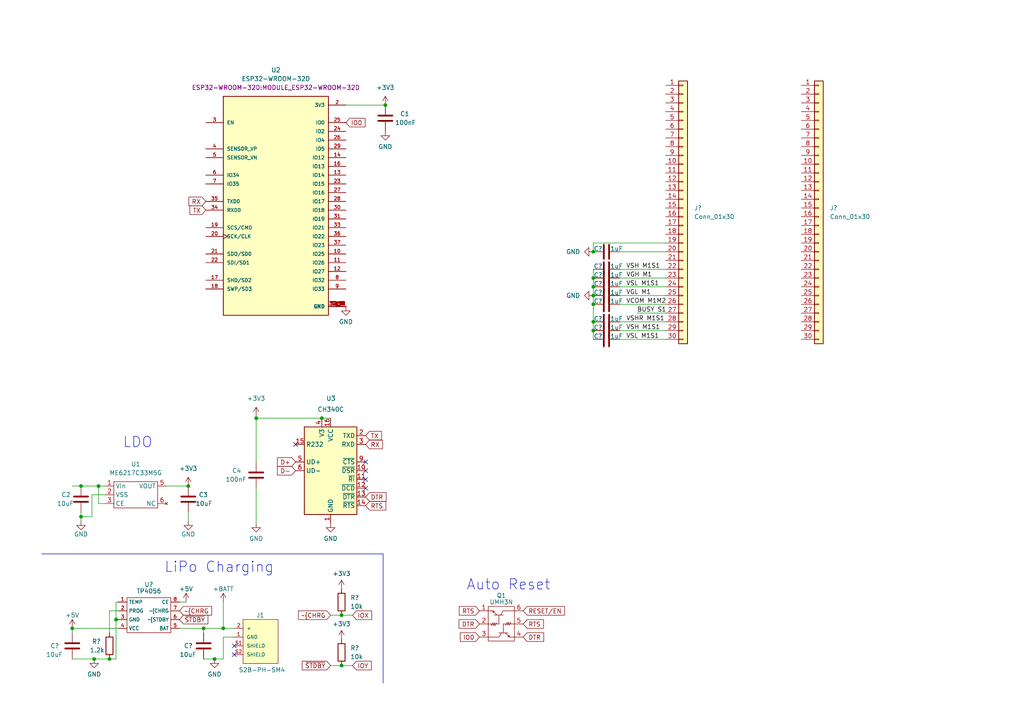
<source format=kicad_sch>
(kicad_sch (version 20211123) (generator eeschema)
  (paper "A4")
  (lib_symbols
    (symbol "Connector_Generic:Conn_01x30" (pin_names (offset 1.016) hide)
      (property "Reference" "J" (at 0 38.1 0))
      (property "Value" "Conn_01x30" (at 0 -40.64 0))
      (symbol "Conn_01x30_1_1"
        (rectangle (start -1.27 -37.973) (end 0 -38.227) (stroke (width 0.1524)))
        (rectangle (start -1.27 -35.433) (end 0 -35.687) (stroke (width 0.1524)))
        (rectangle (start -1.27 -32.893) (end 0 -33.147) (stroke (width 0.1524)))
        (rectangle (start -1.27 -30.353) (end 0 -30.607) (stroke (width 0.1524)))
        (rectangle (start -1.27 -27.813) (end 0 -28.067) (stroke (width 0.1524)))
        (rectangle (start -1.27 -25.273) (end 0 -25.527) (stroke (width 0.1524)))
        (rectangle (start -1.27 -22.733) (end 0 -22.987) (stroke (width 0.1524)))
        (rectangle (start -1.27 -20.193) (end 0 -20.447) (stroke (width 0.1524)))
        (rectangle (start -1.27 -17.653) (end 0 -17.907) (stroke (width 0.1524)))
        (rectangle (start -1.27 -15.113) (end 0 -15.367) (stroke (width 0.1524)))
        (rectangle (start -1.27 -12.573) (end 0 -12.827) (stroke (width 0.1524)))
        (rectangle (start -1.27 -10.033) (end 0 -10.287) (stroke (width 0.1524)))
        (rectangle (start -1.27 -7.493) (end 0 -7.747) (stroke (width 0.1524)))
        (rectangle (start -1.27 -4.953) (end 0 -5.207) (stroke (width 0.1524)))
        (rectangle (start -1.27 -2.413) (end 0 -2.667) (stroke (width 0.1524)))
        (rectangle (start -1.27 0.127) (end 0 -0.127) (stroke (width 0.1524)))
        (rectangle (start -1.27 2.667) (end 0 2.413) (stroke (width 0.1524)))
        (rectangle (start -1.27 5.207) (end 0 4.953) (stroke (width 0.1524)))
        (rectangle (start -1.27 7.747) (end 0 7.493) (stroke (width 0.1524)))
        (rectangle (start -1.27 10.287) (end 0 10.033) (stroke (width 0.1524)))
        (rectangle (start -1.27 12.827) (end 0 12.573) (stroke (width 0.1524)))
        (rectangle (start -1.27 15.367) (end 0 15.113) (stroke (width 0.1524)))
        (rectangle (start -1.27 17.907) (end 0 17.653) (stroke (width 0.1524)))
        (rectangle (start -1.27 20.447) (end 0 20.193) (stroke (width 0.1524)))
        (rectangle (start -1.27 22.987) (end 0 22.733) (stroke (width 0.1524)))
        (rectangle (start -1.27 25.527) (end 0 25.273) (stroke (width 0.1524)))
        (rectangle (start -1.27 28.067) (end 0 27.813) (stroke (width 0.1524)))
        (rectangle (start -1.27 30.607) (end 0 30.353) (stroke (width 0.1524)))
        (rectangle (start -1.27 33.147) (end 0 32.893) (stroke (width 0.1524)))
        (rectangle (start -1.27 35.687) (end 0 35.433) (stroke (width 0.1524)))
        (rectangle (start -1.27 36.83) (end 1.27 -39.37) (stroke (width 0.254)) (fill (type background)))
        (pin passive line (at -5.08 35.56 0) (length 3.81) (name "Pin_1") (number "1"))
        (pin passive line (at -5.08 12.7 0) (length 3.81) (name "Pin_10") (number "10"))
        (pin passive line (at -5.08 10.16 0) (length 3.81) (name "Pin_11") (number "11"))
        (pin passive line (at -5.08 7.62 0) (length 3.81) (name "Pin_12") (number "12"))
        (pin passive line (at -5.08 5.08 0) (length 3.81) (name "Pin_13") (number "13"))
        (pin passive line (at -5.08 2.54 0) (length 3.81) (name "Pin_14") (number "14"))
        (pin passive line (at -5.08 0 0) (length 3.81) (name "Pin_15") (number "15"))
        (pin passive line (at -5.08 -2.54 0) (length 3.81) (name "Pin_16") (number "16"))
        (pin passive line (at -5.08 -5.08 0) (length 3.81) (name "Pin_17") (number "17"))
        (pin passive line (at -5.08 -7.62 0) (length 3.81) (name "Pin_18") (number "18"))
        (pin passive line (at -5.08 -10.16 0) (length 3.81) (name "Pin_19") (number "19"))
        (pin passive line (at -5.08 33.02 0) (length 3.81) (name "Pin_2") (number "2"))
        (pin passive line (at -5.08 -12.7 0) (length 3.81) (name "Pin_20") (number "20"))
        (pin passive line (at -5.08 -15.24 0) (length 3.81) (name "Pin_21") (number "21"))
        (pin passive line (at -5.08 -17.78 0) (length 3.81) (name "Pin_22") (number "22"))
        (pin passive line (at -5.08 -20.32 0) (length 3.81) (name "Pin_23") (number "23"))
        (pin passive line (at -5.08 -22.86 0) (length 3.81) (name "Pin_24") (number "24"))
        (pin passive line (at -5.08 -25.4 0) (length 3.81) (name "Pin_25") (number "25"))
        (pin passive line (at -5.08 -27.94 0) (length 3.81) (name "Pin_26") (number "26"))
        (pin passive line (at -5.08 -30.48 0) (length 3.81) (name "Pin_27") (number "27"))
        (pin passive line (at -5.08 -33.02 0) (length 3.81) (name "Pin_28") (number "28"))
        (pin passive line (at -5.08 -35.56 0) (length 3.81) (name "Pin_29") (number "29"))
        (pin passive line (at -5.08 30.48 0) (length 3.81) (name "Pin_3") (number "3"))
        (pin passive line (at -5.08 -38.1 0) (length 3.81) (name "Pin_30") (number "30"))
        (pin passive line (at -5.08 27.94 0) (length 3.81) (name "Pin_4") (number "4"))
        (pin passive line (at -5.08 25.4 0) (length 3.81) (name "Pin_5") (number "5"))
        (pin passive line (at -5.08 22.86 0) (length 3.81) (name "Pin_6") (number "6"))
        (pin passive line (at -5.08 20.32 0) (length 3.81) (name "Pin_7") (number "7"))
        (pin passive line (at -5.08 17.78 0) (length 3.81) (name "Pin_8") (number "8"))
        (pin passive line (at -5.08 15.24 0) (length 3.81) (name "Pin_9") (number "9"))
      )
    )
    (symbol "Device:C" (pin_numbers hide) (pin_names (offset 0.254))
      (property "Reference" "C" (at 0.635 2.54 0))
      (property "Value" "C" (at 0.635 -2.54 0))
      (symbol "C_0_1"
        (polyline (pts (xy -2.032 -0.762) (xy 2.032 -0.762)) (stroke (width 0.508)))
        (polyline (pts (xy -2.032 0.762) (xy 2.032 0.762)) (stroke (width 0.508)))
      )
      (symbol "C_1_1"
        (pin passive line (at 0 3.81 270) (length 2.794) (name "~") (number "1"))
        (pin passive line (at 0 -3.81 90) (length 2.794) (name "~") (number "2"))
      )
    )
    (symbol "Device:R" (pin_numbers hide) (pin_names (offset 0))
      (property "Reference" "R" (at 2.032 0 90))
      (property "Value" "R" (at 0 0 90))
      (symbol "R_0_1"
        (rectangle (start -1.016 -2.54) (end 1.016 2.54) (stroke (width 0.254)))
      )
      (symbol "R_1_1"
        (pin passive line (at 0 3.81 270) (length 1.27) (name "~") (number "1"))
        (pin passive line (at 0 -3.81 90) (length 1.27) (name "~") (number "2"))
      )
    )
    (symbol "ESP32-WROOM-32D:ESP32-WROOM-32D" (pin_names (offset 1.016))
      (property "Reference" "U" (at -15.0359 31.5945 0))
      (property "Value" "ESP32-WROOM-32D" (at -15.2867 -35.6681 0))
      (property "Footprint" "ESP32-WROOM-32D:MODULE_ESP32-WROOM-32D" (at 0 31.75 0))
      (symbol "ESP32-WROOM-32D_0_0"
        (rectangle (start -15.24 -33.02) (end 15.24 30.48) (stroke (width 0.254)) (fill (type background)))
        (pin power_in line (at 20.32 -30.48 180) (length 5.08) (name "GND") (number "1"))
        (pin bidirectional line (at 20.32 -15.24 180) (length 5.08) (name "IO25") (number "10"))
        (pin bidirectional line (at 20.32 -17.78 180) (length 5.08) (name "IO26") (number "11"))
        (pin bidirectional line (at 20.32 -20.32 180) (length 5.08) (name "IO27") (number "12"))
        (pin bidirectional line (at 20.32 7.62 180) (length 5.08) (name "IO14") (number "13"))
        (pin bidirectional line (at 20.32 12.7 180) (length 5.08) (name "IO12") (number "14"))
        (pin power_in line (at 20.32 -30.48 180) (length 5.08) (name "GND") (number "15"))
        (pin bidirectional line (at 20.32 10.16 180) (length 5.08) (name "IO13") (number "16"))
        (pin bidirectional line (at -20.32 -22.86 0) (length 5.08) (name "SHD/SD2") (number "17"))
        (pin bidirectional line (at -20.32 -25.4 0) (length 5.08) (name "SWP/SD3") (number "18"))
        (pin bidirectional line (at -20.32 -7.62 0) (length 5.08) (name "SCS/CMD") (number "19"))
        (pin power_in line (at 20.32 27.94 180) (length 5.08) (name "3V3") (number "2"))
        (pin bidirectional clock (at -20.32 -10.16 0) (length 5.08) (name "SCK/CLK") (number "20"))
        (pin bidirectional line (at -20.32 -15.24 0) (length 5.08) (name "SDO/SD0") (number "21"))
        (pin bidirectional line (at -20.32 -17.78 0) (length 5.08) (name "SDI/SD1") (number "22"))
        (pin bidirectional line (at 20.32 5.08 180) (length 5.08) (name "IO15") (number "23"))
        (pin bidirectional line (at 20.32 20.32 180) (length 5.08) (name "IO2") (number "24"))
        (pin bidirectional line (at 20.32 22.86 180) (length 5.08) (name "IO0") (number "25"))
        (pin bidirectional line (at 20.32 17.78 180) (length 5.08) (name "IO4") (number "26"))
        (pin bidirectional line (at 20.32 2.54 180) (length 5.08) (name "IO16") (number "27"))
        (pin bidirectional line (at 20.32 0 180) (length 5.08) (name "IO17") (number "28"))
        (pin bidirectional line (at 20.32 15.24 180) (length 5.08) (name "IO5") (number "29"))
        (pin input line (at -20.32 22.86 0) (length 5.08) (name "EN") (number "3"))
        (pin bidirectional line (at 20.32 -2.54 180) (length 5.08) (name "IO18") (number "30"))
        (pin bidirectional line (at 20.32 -5.08 180) (length 5.08) (name "IO19") (number "31"))
        (pin bidirectional line (at 20.32 -7.62 180) (length 5.08) (name "IO21") (number "33"))
        (pin bidirectional line (at -20.32 -2.54 0) (length 5.08) (name "RXD0") (number "34"))
        (pin bidirectional line (at -20.32 0 0) (length 5.08) (name "TXD0") (number "35"))
        (pin bidirectional line (at 20.32 -10.16 180) (length 5.08) (name "IO22") (number "36"))
        (pin bidirectional line (at 20.32 -12.7 180) (length 5.08) (name "IO23") (number "37"))
        (pin power_in line (at 20.32 -30.48 180) (length 5.08) (name "GND") (number "38"))
        (pin power_in line (at 20.32 -30.48 180) (length 5.08) (name "GND") (number "39_1"))
        (pin power_in line (at 20.32 -30.48 180) (length 5.08) (name "GND") (number "39_10"))
        (pin power_in line (at 20.32 -30.48 180) (length 5.08) (name "GND") (number "39_11"))
        (pin power_in line (at 20.32 -30.48 180) (length 5.08) (name "GND") (number "39_12"))
        (pin power_in line (at 20.32 -30.48 180) (length 5.08) (name "GND") (number "39_13"))
        (pin power_in line (at 20.32 -30.48 180) (length 5.08) (name "GND") (number "39_14"))
        (pin power_in line (at 20.32 -30.48 180) (length 5.08) (name "GND") (number "39_15"))
        (pin power_in line (at 20.32 -30.48 180) (length 5.08) (name "GND") (number "39_16"))
        (pin power_in line (at 20.32 -30.48 180) (length 5.08) (name "GND") (number "39_17"))
        (pin power_in line (at 20.32 -30.48 180) (length 5.08) (name "GND") (number "39_18"))
        (pin power_in line (at 20.32 -30.48 180) (length 5.08) (name "GND") (number "39_19"))
        (pin power_in line (at 20.32 -30.48 180) (length 5.08) (name "GND") (number "39_2"))
        (pin power_in line (at 20.32 -30.48 180) (length 5.08) (name "GND") (number "39_20"))
        (pin power_in line (at 20.32 -30.48 180) (length 5.08) (name "GND") (number "39_21"))
        (pin power_in line (at 20.32 -30.48 180) (length 5.08) (name "GND") (number "39_3"))
        (pin power_in line (at 20.32 -30.48 180) (length 5.08) (name "GND") (number "39_4"))
        (pin power_in line (at 20.32 -30.48 180) (length 5.08) (name "GND") (number "39_5"))
        (pin power_in line (at 20.32 -30.48 180) (length 5.08) (name "GND") (number "39_6"))
        (pin power_in line (at 20.32 -30.48 180) (length 5.08) (name "GND") (number "39_7"))
        (pin power_in line (at 20.32 -30.48 180) (length 5.08) (name "GND") (number "39_8"))
        (pin power_in line (at 20.32 -30.48 180) (length 5.08) (name "GND") (number "39_9"))
        (pin input line (at -20.32 15.24 0) (length 5.08) (name "SENSOR_VP") (number "4"))
        (pin input line (at -20.32 12.7 0) (length 5.08) (name "SENSOR_VN") (number "5"))
        (pin input line (at -20.32 7.62 0) (length 5.08) (name "IO34") (number "6"))
        (pin input line (at -20.32 5.08 0) (length 5.08) (name "IO35") (number "7"))
        (pin bidirectional line (at 20.32 -22.86 180) (length 5.08) (name "IO32") (number "8"))
        (pin bidirectional line (at 20.32 -25.4 180) (length 5.08) (name "IO33") (number "9"))
      )
    )
    (symbol "Interface_USB:CH340C"
      (property "Reference" "U" (at -5.08 13.97 0))
      (property "Value" "CH340C" (at 1.27 13.97 0))
      (symbol "CH340C_0_1"
        (rectangle (start -7.62 12.7) (end 7.62 -12.7) (stroke (width 0.254)) (fill (type background)))
      )
      (symbol "CH340C_1_1"
        (pin power_in line (at 0 -15.24 90) (length 2.54) (name "GND") (number "1"))
        (pin input line (at 10.16 0 180) (length 2.54) (name "~{DSR}") (number "10"))
        (pin input line (at 10.16 -2.54 180) (length 2.54) (name "~{RI}") (number "11"))
        (pin input line (at 10.16 -5.08 180) (length 2.54) (name "~{DCD}") (number "12"))
        (pin output line (at 10.16 -7.62 180) (length 2.54) (name "~{DTR}") (number "13"))
        (pin output line (at 10.16 -10.16 180) (length 2.54) (name "~{RTS}") (number "14"))
        (pin input line (at -10.16 7.62 0) (length 2.54) (name "R232") (number "15"))
        (pin power_in line (at 0 15.24 270) (length 2.54) (name "VCC") (number "16"))
        (pin output line (at 10.16 10.16 180) (length 2.54) (name "TXD") (number "2"))
        (pin input line (at 10.16 7.62 180) (length 2.54) (name "RXD") (number "3"))
        (pin passive line (at -2.54 15.24 270) (length 2.54) (name "V3") (number "4"))
        (pin bidirectional line (at -10.16 2.54 0) (length 2.54) (name "UD+") (number "5"))
        (pin bidirectional line (at -10.16 0 0) (length 2.54) (name "UD-") (number "6"))
        (pin no_connect line (at -7.62 -7.62 0) (length 2.54) hide (name "NC") (number "7"))
        (pin no_connect line (at -7.62 -10.16 0) (length 2.54) hide (name "NC") (number "8"))
        (pin input line (at 10.16 2.54 180) (length 2.54) (name "~{CTS}") (number "9"))
      )
    )
    (symbol "ME6217C33M5G:ME6217C33M5G"
      (property "Reference" "U" (at 0 8.89 0))
      (property "Value" "ME6217C33M5G" (at 0 6.35 0))
      (symbol "ME6217C33M5G_0_1"
        (rectangle (start -6.35 3.81) (end 6.35 -3.81))
      )
      (symbol "ME6217C33M5G_1_1"
        (pin power_in line (at -8.89 2.54 0) (length 2.54) (name "Vin") (number "1"))
        (pin power_in line (at -8.89 0 0) (length 2.54) (name "VSS") (number "2"))
        (pin input line (at -8.89 -2.54 0) (length 2.54) (name "CE") (number "3"))
        (pin input line (at 8.89 2.54 180) (length 2.54) (name "VOUT") (number "5"))
        (pin no_connect line (at 8.89 -2.54 180) (length 2.54) (name "NC") (number "6"))
      )
    )
    (symbol "S2B-PH-SM4-TB:S2B-PH-SM4-TB(LF)(SN)" (pin_names (offset 1.016))
      (property "Reference" "J" (at 0 7.62 0))
      (property "Value" "S2B-PH-SM4-TB(LF)(SN)" (at -11.43 5.08 0))
      (symbol "S2B-PH-SM4-TB(LF)(SN)_0_0"
        (rectangle (start -5.08 -7.62) (end 5.08 5.08) (stroke (width 0.1524)) (fill (type background)))
        (pin passive line (at -7.62 0 0) (length 2.54) (name "GND") (number "1"))
        (pin passive line (at -7.62 2.54 0) (length 2.54) (name "+") (number "2"))
        (pin passive line (at -7.62 -2.54 0) (length 2.54) (name "SHIELD") (number "S1"))
        (pin passive line (at -7.62 -5.08 0) (length 2.54) (name "SHIELD") (number "S2"))
      )
    )
    (symbol "TP4056:TP4056"
      (property "Reference" "U" (at 0 6.35 0))
      (property "Value" "TP4056" (at 0 -6.35 0))
      (symbol "TP4056_0_0"
        (pin bidirectional line (at -8.89 3.81 0) (length 2.54) (name "TEMP") (number "1"))
        (pin bidirectional line (at -8.89 1.27 0) (length 2.54) (name "PROG") (number "2"))
        (pin bidirectional line (at -8.89 -1.27 0) (length 2.54) (name "GND") (number "3"))
        (pin bidirectional line (at -8.89 -3.81 0) (length 2.54) (name "VCC") (number "4"))
        (pin bidirectional line (at 8.89 -3.81 180) (length 2.54) (name "BAT") (number "5"))
        (pin bidirectional line (at 8.89 -1.27 180) (length 2.54) (name "~{STDBY") (number "6"))
        (pin bidirectional line (at 8.89 1.27 180) (length 2.54) (name "~{CHRG") (number "7"))
        (pin bidirectional line (at 8.89 3.81 180) (length 2.54) (name "CE") (number "8"))
      )
      (symbol "TP4056_0_1"
        (rectangle (start -6.35 5.08) (end 6.35 -5.08))
      )
    )
    (symbol "UMH3N:UMH3N"
      (property "Reference" "Q" (at 0 8.89 0))
      (property "Value" "UMH3N" (at 0 6.35 0))
      (symbol "UMH3N_0_1"
        (rectangle (start -3.81 5.08) (end 3.81 -4.953))
        (polyline (pts (xy -3.937 3.81) (xy -2.54 3.81)))
        (polyline (pts (xy -2.2352 3.5052) (xy -1.3208 2.6416)))
        (polyline (pts (xy -2.0828 2.5908) (xy 0.5588 2.5908)))
        (polyline (pts (xy -0.7112 0) (xy -0.7112 2.54)))
        (polyline (pts (xy 0.5588 0) (xy 0.5588 -2.54)))
        (polyline (pts (xy 1.9304 -2.5908) (xy -0.7112 -2.5908)))
        (polyline (pts (xy 2.0828 -3.5052) (xy 1.1684 -2.6416)))
        (polyline (pts (xy 2.3876 -3.81) (xy 3.81 -3.81)))
        (polyline (pts (xy -0.2032 2.5908) (xy 0.508 3.81) (xy 3.7592 3.81)))
        (polyline (pts (xy 0.0508 -2.5908) (xy -0.6604 -3.81) (xy -3.9116 -3.81)))
        (polyline (pts (xy -2.54 3.81) (xy -2.413 3.302) (xy -2.032 3.683) (xy -2.54 3.81)) (fill (type outline)))
        (polyline (pts (xy 2.3876 -3.81) (xy 2.2606 -3.302) (xy 1.8796 -3.683) (xy 2.3876 -3.81)) (fill (type outline)))
        (polyline (pts (xy -3.8608 0) (xy -2.8956 0) (xy -2.794 -0.4572) (xy -2.4892 0.3556) (xy -2.286 -0.4572) (xy -2.032 0.3556) (xy -1.8288 -0.508) (xy -1.524 0.3556) (xy -1.3716 0) (xy -0.7112 0)))
        (polyline (pts (xy 3.7084 0) (xy 2.7432 0) (xy 2.6416 0.4572) (xy 2.3368 -0.3556) (xy 2.1336 0.4572) (xy 1.8796 -0.3556) (xy 1.6764 0.508) (xy 1.3716 -0.3556) (xy 1.2192 0) (xy 0.5588 0)))
      )
      (symbol "UMH3N_1_1"
        (pin output line (at -6.35 3.81 0) (length 2.54) (name "") (number "1"))
        (pin input line (at -6.35 0 0) (length 2.54) (name "") (number "2"))
        (pin input line (at -6.35 -3.81 0) (length 2.54) (name "") (number "3"))
        (pin output line (at 6.35 -3.81 180) (length 2.54) (name "") (number "4"))
        (pin input line (at 6.35 0 180) (length 2.54) (name "") (number "5"))
        (pin input line (at 6.35 3.81 180) (length 2.54) (name "") (number "6"))
      )
    )
    (symbol "power:+3V3" (power) (pin_names (offset 0))
      (property "Value" "+3V3" (at 0 3.556 0))
      (symbol "+3V3_0_1"
        (polyline (pts (xy -0.762 1.27) (xy 0 2.54)))
        (polyline (pts (xy 0 0) (xy 0 2.54)))
        (polyline (pts (xy 0 2.54) (xy 0.762 1.27)))
      )
      (symbol "+3V3_1_1"
        (pin power_in line (at 0 0 90) (length 0) hide (name "+3V3") (number "1"))
      )
    )
    (symbol "power:+5V" (power) (pin_names (offset 0))
      (property "Value" "+5V" (at 0 3.556 0))
      (symbol "+5V_0_1"
        (polyline (pts (xy -0.762 1.27) (xy 0 2.54)))
        (polyline (pts (xy 0 0) (xy 0 2.54)))
        (polyline (pts (xy 0 2.54) (xy 0.762 1.27)))
      )
      (symbol "+5V_1_1"
        (pin power_in line (at 0 0 90) (length 0) hide (name "+5V") (number "1"))
      )
    )
    (symbol "power:+BATT" (power) (pin_names (offset 0))
      (property "Value" "+BATT" (at 0 3.556 0))
      (symbol "+BATT_0_1"
        (polyline (pts (xy -0.762 1.27) (xy 0 2.54)))
        (polyline (pts (xy 0 0) (xy 0 2.54)))
        (polyline (pts (xy 0 2.54) (xy 0.762 1.27)))
      )
      (symbol "+BATT_1_1"
        (pin power_in line (at 0 0 90) (length 0) hide (name "+BATT") (number "1"))
      )
    )
    (symbol "power:GND" (power) (pin_names (offset 0))
      (property "Value" "GND" (at 0 -3.81 0))
      (symbol "GND_0_1"
        (polyline (pts (xy 0 0) (xy 0 -1.27) (xy 1.27 -1.27) (xy 0 -2.54) (xy -1.27 -1.27) (xy 0 -1.27)))
      )
      (symbol "GND_1_1"
        (pin power_in line (at 0 0 270) (length 0) hide (name "GND") (number "1"))
      )
    )
  )
  (junction (at 172.085 85.725))
  (junction (at 27.305 191.135))
  (junction (at 62.23 191.135))
  (junction (at 23.495 140.97))
  (junction (at 172.085 73.025))
  (junction (at 99.06 193.04))
  (junction (at 23.495 149.86))
  (junction (at 20.955 182.245))
  (junction (at 74.295 121.285))
  (junction (at 54.61 140.97))
  (junction (at 172.085 83.185))
  (junction (at 172.085 95.885))
  (junction (at 31.75 191.135))
  (junction (at 28.575 140.97))
  (junction (at 64.77 182.245))
  (junction (at 172.085 93.345))
  (junction (at 172.085 80.645))
  (junction (at 33.655 179.705))
  (junction (at 172.085 88.265))
  (junction (at 59.055 182.245))
  (junction (at 93.345 121.285))
  (junction (at 99.06 178.435))
  (junction (at 111.76 30.48))
  (no_connect (at 106.045 133.985))
  (no_connect (at 106.045 141.605))
  (no_connect (at 106.045 136.525))
  (no_connect (at 106.045 139.065))
  (no_connect (at 85.725 128.905))
  (no_connect (at 67.945 187.325))
  (no_connect (at 67.945 189.865))
  (bus_entry (at -36.195 24.765) (size 2.54 2.54))
  (wire (pts (xy 20.955 191.135) (xy 27.305 191.135)))
  (wire (pts (xy 52.07 182.245) (xy 59.055 182.245)))
  (wire (pts (xy 179.705 98.425) (xy 193.04 98.425)))
  (wire (pts (xy 31.75 191.135) (xy 33.655 191.135)))
  (wire (pts (xy 64.77 191.135) (xy 62.23 191.135)))
  (wire (pts (xy 34.29 174.625) (xy 33.655 174.625)))
  (wire (pts (xy 172.085 80.645) (xy 172.085 83.185)))
  (wire (pts (xy 172.085 78.105) (xy 172.085 80.645)))
  (wire (pts (xy 64.77 184.785) (xy 64.77 191.135)))
  (wire (pts (xy 172.085 95.885) (xy 172.085 98.425)))
  (wire (pts (xy 179.705 95.885) (xy 193.04 95.885)))
  (wire (pts (xy 31.75 177.165) (xy 31.75 183.515)))
  (wire (pts (xy 93.345 121.285) (xy 95.885 121.285)))
  (wire (pts (xy 23.495 148.59) (xy 23.495 149.86)))
  (wire (pts (xy 179.705 93.345) (xy 193.04 93.345)))
  (wire (pts (xy 179.705 85.725) (xy 193.04 85.725)))
  (wire (pts (xy 95.885 178.435) (xy 99.06 178.435)))
  (wire (pts (xy 64.77 182.245) (xy 67.945 182.245)))
  (wire (pts (xy 74.295 141.605) (xy 74.295 151.765)))
  (wire (pts (xy 27.305 191.135) (xy 31.75 191.135)))
  (wire (pts (xy 172.085 70.485) (xy 172.085 73.025)))
  (wire (pts (xy 26.67 143.51) (xy 26.67 149.86)))
  (wire (pts (xy 33.655 179.705) (xy 33.655 191.135)))
  (wire (pts (xy 23.495 149.86) (xy 23.495 151.13)))
  (wire (pts (xy 48.26 140.97) (xy 54.61 140.97)))
  (wire (pts (xy 179.705 88.265) (xy 193.04 88.265)))
  (wire (pts (xy 59.055 191.135) (xy 62.23 191.135)))
  (wire (pts (xy 193.04 70.485) (xy 172.085 70.485)))
  (polyline (pts (xy 111.125 198.12) (xy 111.125 160.655)) (stroke (width 0) (type solid)))
  (wire (pts (xy 172.085 93.345) (xy 172.085 95.885)))
  (wire (pts (xy 30.48 146.05) (xy 28.575 146.05)))
  (wire (pts (xy 28.575 146.05) (xy 28.575 140.97)))
  (wire (pts (xy 99.06 193.04) (xy 102.235 193.04)))
  (wire (pts (xy 99.06 178.435) (xy 102.235 178.435)))
  (wire (pts (xy 74.295 121.285) (xy 93.345 121.285)))
  (wire (pts (xy 30.48 143.51) (xy 26.67 143.51)))
  (wire (pts (xy 59.055 182.245) (xy 64.77 182.245)))
  (wire (pts (xy 179.705 83.185) (xy 193.04 83.185)))
  (wire (pts (xy 59.055 182.245) (xy 59.055 183.515)))
  (wire (pts (xy 20.955 140.97) (xy 23.495 140.97)))
  (wire (pts (xy 100.33 30.48) (xy 111.76 30.48)))
  (wire (pts (xy 20.955 182.245) (xy 20.955 183.515)))
  (wire (pts (xy 95.885 193.04) (xy 99.06 193.04)))
  (wire (pts (xy 64.77 184.785) (xy 67.945 184.785)))
  (wire (pts (xy 33.655 174.625) (xy 33.655 179.705)))
  (wire (pts (xy 33.655 179.705) (xy 34.29 179.705)))
  (wire (pts (xy 26.67 149.86) (xy 23.495 149.86)))
  (wire (pts (xy 64.77 174.625) (xy 64.77 182.245)))
  (wire (pts (xy 74.295 121.285) (xy 74.295 133.985)))
  (wire (pts (xy 184.785 90.805) (xy 193.04 90.805)))
  (wire (pts (xy 74.295 120.65) (xy 74.295 121.285)))
  (wire (pts (xy 23.495 140.97) (xy 28.575 140.97)))
  (wire (pts (xy 179.705 78.105) (xy 193.04 78.105)))
  (wire (pts (xy 28.575 140.97) (xy 30.48 140.97)))
  (wire (pts (xy 172.085 88.265) (xy 172.085 93.345)))
  (wire (pts (xy 54.61 148.59) (xy 54.61 151.13)))
  (wire (pts (xy 20.955 182.245) (xy 34.29 182.245)))
  (polyline (pts (xy 12.065 160.655) (xy 111.125 160.655)) (stroke (width 0) (type solid)))
  (wire (pts (xy 34.29 177.165) (xy 31.75 177.165)))
  (wire (pts (xy 52.07 174.625) (xy 53.975 174.625)))
  (wire (pts (xy 179.705 73.025) (xy 193.04 73.025)))
  (wire (pts (xy 172.085 83.185) (xy 172.085 85.725)))
  (wire (pts (xy 179.705 80.645) (xy 193.04 80.645)))
  (wire (pts (xy 172.085 85.725) (xy 172.085 88.265)))
  (text "Auto Reset" (at 135.255 171.45 0) (effects (font (size 3 3)) (justify left bottom)))
  (text "LiPo Charging\n" (at 47.625 166.37 0) (effects (font (size 3 3)) (justify left bottom)))
  (text "LDO" (at 35.56 130.175 0) (effects (font (size 3 3)) (justify left bottom)))
  (label "VSH M1S1" (at 181.61 95.885 0))
  (label "BUSY S1" (at 184.785 90.805 0))
  (label "VSH M1S1" (at 181.61 78.105 0))
  (label "VGH M1" (at 181.6313 80.645 0))
  (label "VSHR M1S1" (at 181.61 93.345 0))
  (label "VSL M1S1" (at 181.61 83.185 0))
  (label "VGL M1" (at 181.61 85.725 0))
  (label "VCOM M1M2" (at 181.61 88.265 0))
  (label "VSL M1S1" (at 181.61 98.425 0))
  (global_label "~{STDBY}" (shape input) (at 52.07 179.705 0) (property "Intersheet References" "${INTERSHEET_REFS}" (effects hide)))
  (global_label "TX" (shape input) (at 59.69 60.96 180) (property "Intersheet References" "${INTERSHEET_REFS}" (effects hide)))
  (global_label "DTR" (shape input) (at 139.065 180.975 180) (property "Intersheet References" "${INTERSHEET_REFS}" (effects hide)))
  (global_label "~{CHRG" (shape input) (at 95.885 178.435 180) (property "Intersheet References" "${INTERSHEET_REFS}" (effects hide)))
  (global_label "IOX" (shape input) (at 102.235 178.435 0) (property "Intersheet References" "${INTERSHEET_REFS}" (effects hide)))
  (global_label "TX" (shape input) (at 106.045 126.365 0) (property "Intersheet References" "${INTERSHEET_REFS}" (effects hide)))
  (global_label "IOY" (shape input) (at 102.235 193.04 0) (property "Intersheet References" "${INTERSHEET_REFS}" (effects hide)))
  (global_label "~{CHRG" (shape input) (at 52.07 177.165 0) (property "Intersheet References" "${INTERSHEET_REFS}" (effects hide)))
  (global_label "D-" (shape input) (at 85.725 136.525 180) (property "Intersheet References" "${INTERSHEET_REFS}" (effects hide)))
  (global_label "IO0" (shape input) (at 100.33 35.56 0) (property "Intersheet References" "${INTERSHEET_REFS}" (effects hide)))
  (global_label "D+" (shape input) (at 85.725 133.985 180) (property "Intersheet References" "${INTERSHEET_REFS}" (effects hide)))
  (global_label "RTS" (shape input) (at 106.045 146.685 0) (property "Intersheet References" "${INTERSHEET_REFS}" (effects hide)))
  (global_label "DTR" (shape input) (at 106.045 144.145 0) (property "Intersheet References" "${INTERSHEET_REFS}" (effects hide)))
  (global_label "~{STDBY}" (shape input) (at 95.885 193.04 180) (property "Intersheet References" "${INTERSHEET_REFS}" (effects hide)))
  (global_label "DTR" (shape input) (at 151.765 184.785 0) (property "Intersheet References" "${INTERSHEET_REFS}" (effects hide)))
  (global_label "RTS" (shape input) (at 139.065 177.165 180) (property "Intersheet References" "${INTERSHEET_REFS}" (effects hide)))
  (global_label "RX" (shape input) (at 59.69 58.42 180) (property "Intersheet References" "${INTERSHEET_REFS}" (effects hide)))
  (global_label "RTS" (shape input) (at 151.765 180.975 0) (property "Intersheet References" "${INTERSHEET_REFS}" (effects hide)))
  (global_label "IO0" (shape input) (at 139.065 184.785 180) (property "Intersheet References" "${INTERSHEET_REFS}" (effects hide)))
  (global_label "RESET{slash}EN" (shape input) (at 151.765 177.165 0) (property "Intersheet References" "${INTERSHEET_REFS}" (effects hide)))
  (global_label "RX" (shape input) (at 106.045 128.905 0) (property "Intersheet References" "${INTERSHEET_REFS}" (effects hide)))
  (symbol (lib_id "Device:C") (at 20.955 187.325 0) (mirror y) (unit 1)
    (property "Reference" "C?" (at 14.605 187.325 0) (effects (justify right)))
    (property "Value" "10uF" (at 13.335 189.865 0) (effects (justify right)))
  )
  (symbol (lib_id "UMH3N:UMH3N") (at 145.415 180.975 0) (unit 1)
    (property "Reference" "Q1" (at 145.415 172.72 0))
    (property "Value" "UMH3N" (at 145.415 174.625 0))
    (property "Footprint" "Package_TO_SOT_SMD:SOT-363_SC-70-6" (effects hide))
  )
  (symbol (lib_id "power:+3V3") (at 111.76 30.48 0) (unit 1)
    (property "Reference" "#PWR01" (effects hide))
    (property "Value" "+3V3" (at 111.76 25.4 0))
  )
  (symbol (lib_id "Device:C") (at 23.495 144.78 0) (mirror y) (unit 1)
    (property "Reference" "C2" (at 17.78 143.51 0) (effects (justify right)))
    (property "Value" "10uF" (at 16.51 146.05 0) (effects (justify right)))
  )
  (symbol (lib_id "Device:C") (at 175.895 73.025 90) (unit 1)
    (property "Reference" "C?" (at 173.482 72.136 90))
    (property "Value" "1uF" (at 178.816 72.136 90))
  )
  (symbol (lib_id "Device:C") (at 175.895 93.345 90) (unit 1)
    (property "Reference" "C?" (at 173.482 92.456 90))
    (property "Value" "1uF" (at 178.816 92.456 90))
  )
  (symbol (lib_id "ESP32-WROOM-32D:ESP32-WROOM-32D") (at 80.01 58.42 0) (unit 1)
    (property "Reference" "U2" (at 80.01 20.32 0))
    (property "Value" "ESP32-WROOM-32D" (at 80.01 22.86 0))
    (property "Footprint" "ESP32-WROOM-32D:MODULE_ESP32-WROOM-32D" (at 80.01 25.4 0))
    (property "STANDARD" "Manufacturer Recommendations" (effects hide))
    (property "MAXIMUM_PACKAGE_HEIGHT" "3.2 mm" (effects hide))
    (property "MANUFACTURER" "Espressif Systems" (effects hide))
    (property "PARTREV" "1.9" (effects hide))
  )
  (symbol (lib_id "power:GND") (at 95.885 151.765 0) (unit 1)
    (property "Reference" "#PWR09" (effects hide))
    (property "Value" "GND" (at 95.885 156.21 0))
  )
  (symbol (lib_id "ME6217C33M5G:ME6217C33M5G") (at 39.37 143.51 0) (unit 1)
    (property "Reference" "U1" (at 39.37 134.62 0))
    (property "Value" "ME6217C33M5G" (at 39.37 137.16 0))
    (property "Footprint" "Package_TO_SOT_SMD:SOT-23-5" (effects hide))
  )
  (symbol (lib_id "Device:C") (at 59.055 187.325 0) (mirror y) (unit 1)
    (property "Reference" "C?" (at 53.34 187.325 0) (effects (justify right)))
    (property "Value" "10uF" (at 52.07 189.865 0) (effects (justify right)))
  )
  (symbol (lib_id "Device:C") (at 175.895 78.105 90) (unit 1)
    (property "Reference" "C?" (at 173.482 77.216 90))
    (property "Value" "1uF" (at 178.816 77.216 90))
  )
  (symbol (lib_id "power:+3V3") (at 99.06 185.42 0) (unit 1)
    (property "Reference" "#PWR?" (effects hide))
    (property "Value" "+3V3" (at 99.06 180.975 0))
  )
  (symbol (lib_id "Device:C") (at 111.76 34.29 0) (unit 1)
    (property "Reference" "C1" (at 118.745 33.02 0) (effects (justify right)))
    (property "Value" "100nF" (at 120.65 35.56 0) (effects (justify right)))
  )
  (symbol (lib_id "Connector_Generic:Conn_01x30") (at 237.49 60.325 0) (unit 1)
    (property "Reference" "J?" (at 240.665 60.3249 0) (effects (justify left)))
    (property "Value" "Conn_01x30" (at 240.665 62.8649 0) (effects (justify left)))
  )
  (symbol (lib_id "Device:C") (at 175.895 83.185 90) (unit 1)
    (property "Reference" "C?" (at 173.482 82.296 90))
    (property "Value" "1uF" (at 178.816 82.296 90))
  )
  (symbol (lib_id "power:+3V3") (at 99.06 170.815 0) (unit 1)
    (property "Reference" "#PWR?" (effects hide))
    (property "Value" "+3V3" (at 99.06 166.37 0))
  )
  (symbol (lib_id "power:+5V") (at 53.975 174.625 0) (unit 1)
    (property "Reference" "#PWR?" (effects hide))
    (property "Value" "+5V" (at 53.975 170.815 0))
  )
  (symbol (lib_id "power:GND") (at 23.495 151.13 0) (unit 1)
    (property "Reference" "#PWR04" (effects hide))
    (property "Value" "GND" (at 23.495 154.94 0))
  )
  (symbol (lib_id "Device:R") (at 99.06 174.625 0) (unit 1)
    (property "Reference" "R?" (at 101.6 173.3549 0) (effects (justify left)))
    (property "Value" "10k" (at 101.6 175.8949 0) (effects (justify left)))
  )
  (symbol (lib_id "power:GND") (at 100.33 88.9 0) (unit 1)
    (property "Reference" "#PWR07" (effects hide))
    (property "Value" "GND" (at 100.33 93.345 0))
  )
  (symbol (lib_id "Device:C") (at 175.895 85.725 90) (unit 1)
    (property "Reference" "C?" (at 173.482 84.836 90))
    (property "Value" "1uF" (at 178.816 84.836 90))
  )
  (symbol (lib_id "Device:C") (at 175.895 88.265 90) (unit 1)
    (property "Reference" "C?" (at 173.482 87.376 90))
    (property "Value" "1uF" (at 178.816 87.376 90))
  )
  (symbol (lib_id "power:+BATT") (at 64.77 174.625 0) (unit 1)
    (property "Reference" "#PWR?" (effects hide))
    (property "Value" "+BATT" (at 64.77 170.815 0))
  )
  (symbol (lib_id "Device:R") (at 99.06 189.23 0) (unit 1)
    (property "Reference" "R?" (at 101.6 187.9599 0) (effects (justify left)))
    (property "Value" "10k" (at 101.6 190.4999 0) (effects (justify left)))
  )
  (symbol (lib_id "power:GND") (at 62.23 191.135 0) (unit 1)
    (property "Reference" "#PWR?" (effects hide))
    (property "Value" "GND" (at 62.23 195.58 0))
  )
  (symbol (lib_id "power:GND") (at 74.295 151.765 0) (unit 1)
    (property "Reference" "#PWR08" (effects hide))
    (property "Value" "GND" (at 74.295 156.21 0))
  )
  (symbol (lib_id "Device:C") (at 175.895 98.425 90) (unit 1)
    (property "Reference" "C?" (at 173.482 97.536 90))
    (property "Value" "1uF" (at 178.816 97.536 90))
  )
  (symbol (lib_id "Device:C") (at 175.895 95.885 90) (unit 1)
    (property "Reference" "C?" (at 173.482 94.996 90))
    (property "Value" "1uF" (at 178.816 94.996 90))
  )
  (symbol (lib_id "S2B-PH-SM4-TB:S2B-PH-SM4-TB(LF)(SN)") (at 75.565 184.785 0) (unit 1)
    (property "Reference" "J1" (at 74.295 178.435 0) (effects (justify left)))
    (property "Value" "S2B-PH-SM4" (at 69.215 194.31 0) (effects (justify left)))
    (property "Footprint" "S2B-PH-SM4-TB:JST_S2B-PH-SM4-TB(LF)(SN)" (effects hide))
    (property "STANDARD" "Manufacturer Recommendation" (effects hide))
    (property "MANUFACTURER" "JST" (effects hide))
  )
  (symbol (lib_id "power:GND") (at 54.61 151.13 0) (unit 1)
    (property "Reference" "#PWR05" (effects hide))
    (property "Value" "GND" (at 54.61 154.94 0))
  )
  (symbol (lib_id "power:GND") (at 27.305 191.135 0) (unit 1)
    (property "Reference" "#PWR?" (effects hide))
    (property "Value" "GND" (at 27.305 195.58 0))
  )
  (symbol (lib_id "power:+5V") (at 20.955 182.245 0) (unit 1)
    (property "Reference" "#PWR?" (effects hide))
    (property "Value" "+5V" (at 20.955 178.435 0))
  )
  (symbol (lib_id "Device:C") (at 74.295 137.795 0) (mirror y) (unit 1)
    (property "Reference" "C4" (at 67.31 136.525 0) (effects (justify right)))
    (property "Value" "100nF" (at 65.405 139.065 0) (effects (justify right)))
  )
  (symbol (lib_id "TP4056:TP4056") (at 43.18 178.435 0) (unit 1)
    (property "Reference" "U?" (at 43.18 169.545 0))
    (property "Value" "TP4056" (at 43.18 171.45 0))
    (property "Footprint" "Package_SO:HTSOP-8-1EP_3.9x4.9mm_P1.27mm_EP2.4x3.2mm" (effects hide))
  )
  (symbol (lib_id "Device:C") (at 54.61 144.78 0) (unit 1)
    (property "Reference" "C3" (at 60.325 143.51 0) (effects (justify right)))
    (property "Value" "10uF" (at 61.595 146.05 0) (effects (justify right)))
  )
  (symbol (lib_id "Connector_Generic:Conn_01x30") (at 198.12 60.325 0) (unit 1)
    (property "Reference" "J?" (at 201.295 60.3249 0) (effects (justify left)))
    (property "Value" "Conn_01x30" (at 201.295 62.8649 0) (effects (justify left)))
  )
  (symbol (lib_id "Device:R") (at 31.75 187.325 0) (mirror y) (unit 1)
    (property "Reference" "R?" (at 26.67 186.055 0) (effects (justify right)))
    (property "Value" "1.2k" (at 26.035 188.595 0) (effects (justify right)))
  )
  (symbol (lib_id "power:+3V3") (at 54.61 140.97 0) (unit 1)
    (property "Reference" "#PWR02" (effects hide))
    (property "Value" "+3V3" (at 54.61 135.89 0))
  )
  (symbol (lib_id "power:GND") (at 111.76 38.1 0) (unit 1)
    (property "Reference" "#PWR03" (effects hide))
    (property "Value" "GND" (at 111.76 42.545 0))
  )
  (symbol (lib_id "Interface_USB:CH340C") (at 95.885 136.525 0) (unit 1)
    (property "Reference" "U3" (at 94.615 115.57 0) (effects (justify left)))
    (property "Value" "CH340C" (at 92.075 118.745 0) (effects (justify left)))
    (property "Footprint" "Package_SO:SOIC-16_3.9x9.9mm_P1.27mm" (effects hide))
    (property "Datasheet" "https://datasheet.lcsc.com/szlcsc/Jiangsu-Qin-Heng-CH340C_C84681.pdf" (effects hide))
  )
  (symbol (lib_id "power:+3V3") (at 74.295 120.65 0) (unit 1)
    (property "Reference" "#PWR06" (effects hide))
    (property "Value" "+3V3" (at 74.295 115.57 0))
  )
  (symbol (lib_id "Device:C") (at 175.895 80.645 90) (unit 1)
    (property "Reference" "C?" (at 173.482 79.756 90))
    (property "Value" "1uF" (at 178.816 79.756 90))
  )
  (symbol (lib_id "power:GND") (at 172.085 85.725 270) (unit 1)
    (property "Reference" "#PWR?" (effects hide))
    (property "Value" "GND" (at 168.275 85.7249 90) (effects (justify right)))
  )
  (symbol (lib_id "power:GND") (at 172.085 73.025 270) (unit 1)
    (property "Reference" "#PWR?" (effects hide))
    (property "Value" "GND" (at 168.275 73.0249 90) (effects (justify right)))
  )
)
</source>
